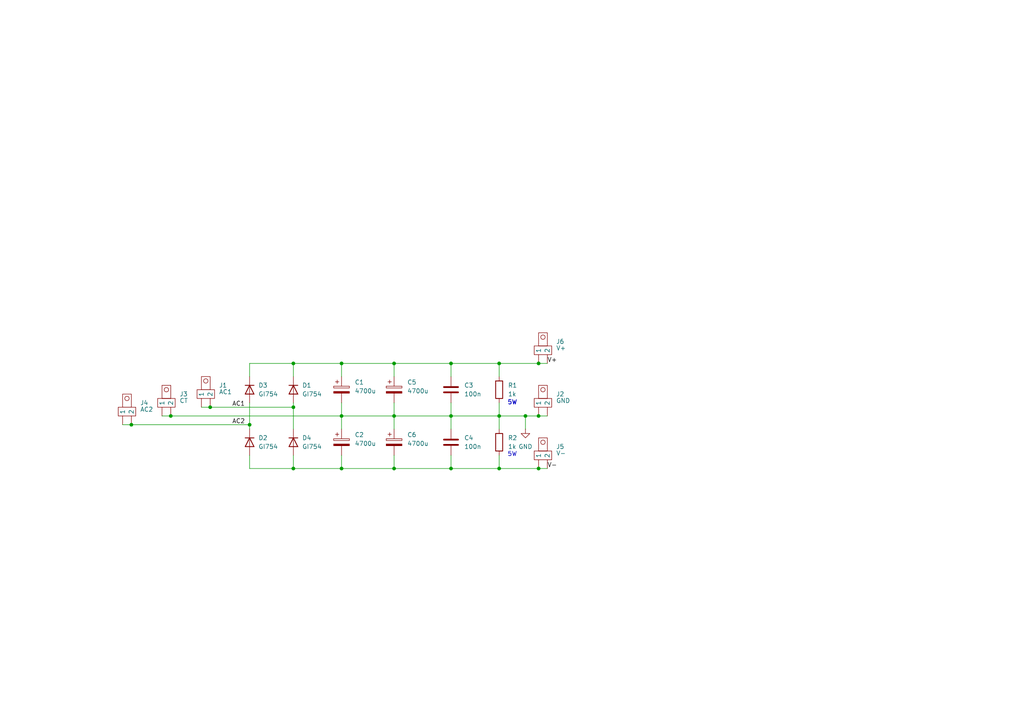
<source format=kicad_sch>
(kicad_sch (version 20231120) (generator "eeschema") (generator_version "8.0")
  (paper "A4")
  (lib_symbols
    (symbol "CustomSymbols:Spade_Connector" (pin_numbers hide)
      (property "Reference" "J" (at 0 2.54 0))
      (symbol "Spade_Connector_0_1"
        (rectangle (start -2.54 0) (end 0 -5.08))
        (rectangle (start 0 -1.27) (end 3.81 -3.81))
        (circle (center 2.54 -2.54) (radius 0.635))
      )
      (symbol "Spade_Connector_1_1"
        (pin passive line (at -5.08 -1.27 0) (length 2.54) (name "1") (number "1"))
        (pin passive line (at -5.08 -3.81 0) (length 2.54) (name "2") (number "2"))
      )
    )
    (symbol "Device:C" (pin_numbers hide) (pin_names (offset 0.254))
      (property "Reference" "C" (at 0.635 2.54 0))
      (property "Value" "C" (at 0.635 -2.54 0))
      (symbol "C_0_1"
        (polyline (pts (xy -2.032 -0.762) (xy 2.032 -0.762)) (stroke (width 0.508)))
        (polyline (pts (xy -2.032 0.762) (xy 2.032 0.762)) (stroke (width 0.508)))
      )
      (symbol "C_1_1"
        (pin passive line (at 0 3.81 270) (length 2.794) (name "~") (number "1"))
        (pin passive line (at 0 -3.81 90) (length 2.794) (name "~") (number "2"))
      )
    )
    (symbol "Device:C_Polarized" (pin_numbers hide) (pin_names (offset 0.254))
      (property "Reference" "C" (at 0.635 2.54 0))
      (property "Value" "C_Polarized" (at 0.635 -2.54 0))
      (symbol "C_Polarized_0_1"
        (rectangle (start -2.286 0.508) (end 2.286 1.016))
        (polyline (pts (xy -1.778 2.286) (xy -0.762 2.286)))
        (polyline (pts (xy -1.27 2.794) (xy -1.27 1.778)))
        (rectangle (start 2.286 -0.508) (end -2.286 -1.016) (fill (type outline)))
      )
      (symbol "C_Polarized_1_1"
        (pin passive line (at 0 3.81 270) (length 2.794) (name "~") (number "1"))
        (pin passive line (at 0 -3.81 90) (length 2.794) (name "~") (number "2"))
      )
    )
    (symbol "Device:D" (pin_numbers hide) (pin_names (offset 1.016) hide)
      (property "Reference" "D" (at 0 2.54 0))
      (property "Value" "D" (at 0 -2.54 0))
      (symbol "D_0_1"
        (polyline (pts (xy -1.27 1.27) (xy -1.27 -1.27)) (stroke (width 0.254)))
        (polyline (pts (xy 1.27 0) (xy -1.27 0)))
        (polyline (pts (xy 1.27 1.27) (xy 1.27 -1.27) (xy -1.27 0) (xy 1.27 1.27)) (stroke (width 0.254)))
      )
      (symbol "D_1_1"
        (pin passive line (at -3.81 0 0) (length 2.54) (name "K") (number "1"))
        (pin passive line (at 3.81 0 180) (length 2.54) (name "A") (number "2"))
      )
    )
    (symbol "Device:R" (pin_numbers hide) (pin_names (offset 0))
      (property "Reference" "R" (at 2.032 0 90))
      (property "Value" "R" (at 0 0 90))
      (symbol "R_0_1"
        (rectangle (start -1.016 -2.54) (end 1.016 2.54) (stroke (width 0.254)))
      )
      (symbol "R_1_1"
        (pin passive line (at 0 3.81 270) (length 1.27) (name "~") (number "1"))
        (pin passive line (at 0 -3.81 90) (length 1.27) (name "~") (number "2"))
      )
    )
    (symbol "power:GND" (power) (pin_numbers hide) (pin_names (offset 0) hide)
      (property "Value" "GND" (at 0 -3.81 0))
      (symbol "GND_0_1"
        (polyline (pts (xy 0 0) (xy 0 -1.27) (xy 1.27 -1.27) (xy 0 -2.54) (xy -1.27 -1.27) (xy 0 -1.27)))
      )
      (symbol "GND_1_1"
        (pin power_in line (at 0 0 270) (length 0) (name "~") (number "1"))
      )
    )
  )
  (junction (at 114.3 135.89))
  (junction (at 99.06 105.41))
  (junction (at 152.4 120.65))
  (junction (at 99.06 120.65))
  (junction (at 114.3 120.65))
  (junction (at 130.81 135.89))
  (junction (at 85.09 105.41))
  (junction (at 156.21 120.65))
  (junction (at 60.96 118.11))
  (junction (at 72.39 123.19))
  (junction (at 130.81 105.41))
  (junction (at 49.53 120.65))
  (junction (at 156.21 135.89))
  (junction (at 144.78 135.89))
  (junction (at 144.78 120.65))
  (junction (at 156.21 105.41))
  (junction (at 85.09 118.11))
  (junction (at 114.3 105.41))
  (junction (at 144.78 105.41))
  (junction (at 85.09 135.89))
  (junction (at 99.06 135.89))
  (junction (at 38.1 123.19))
  (junction (at 130.81 120.65))
  (wire (pts (xy 35.56 123.19) (xy 38.1 123.19)))
  (wire (pts (xy 99.06 132.08) (xy 99.06 135.89)))
  (wire (pts (xy 85.09 132.08) (xy 85.09 135.89)))
  (wire (pts (xy 99.06 116.84) (xy 99.06 120.65)))
  (wire (pts (xy 72.39 135.89) (xy 72.39 132.08)))
  (wire (pts (xy 60.96 118.11) (xy 85.09 118.11)))
  (wire (pts (xy 144.78 132.08) (xy 144.78 135.89)))
  (wire (pts (xy 144.78 116.84) (xy 144.78 120.65)))
  (wire (pts (xy 144.78 105.41) (xy 156.21 105.41)))
  (wire (pts (xy 130.81 105.41) (xy 144.78 105.41)))
  (wire (pts (xy 46.99 120.65) (xy 49.53 120.65)))
  (wire (pts (xy 156.21 135.89) (xy 158.75 135.89)))
  (wire (pts (xy 156.21 120.65) (xy 158.75 120.65)))
  (wire (pts (xy 152.4 120.65) (xy 152.4 124.46)))
  (wire (pts (xy 156.21 105.41) (xy 158.75 105.41)))
  (wire (pts (xy 85.09 116.84) (xy 85.09 118.11)))
  (wire (pts (xy 144.78 120.65) (xy 144.78 124.46)))
  (wire (pts (xy 85.09 105.41) (xy 85.09 109.22)))
  (wire (pts (xy 114.3 135.89) (xy 99.06 135.89)))
  (wire (pts (xy 85.09 105.41) (xy 99.06 105.41)))
  (wire (pts (xy 85.09 118.11) (xy 85.09 124.46)))
  (wire (pts (xy 114.3 120.65) (xy 114.3 124.46)))
  (wire (pts (xy 114.3 105.41) (xy 114.3 109.22)))
  (wire (pts (xy 152.4 120.65) (xy 156.21 120.65)))
  (wire (pts (xy 130.81 132.08) (xy 130.81 135.89)))
  (wire (pts (xy 72.39 116.84) (xy 72.39 123.19)))
  (wire (pts (xy 144.78 105.41) (xy 144.78 109.22)))
  (wire (pts (xy 130.81 116.84) (xy 130.81 120.65)))
  (wire (pts (xy 58.42 118.11) (xy 60.96 118.11)))
  (wire (pts (xy 144.78 135.89) (xy 156.21 135.89)))
  (wire (pts (xy 130.81 135.89) (xy 114.3 135.89)))
  (wire (pts (xy 99.06 135.89) (xy 85.09 135.89)))
  (wire (pts (xy 99.06 120.65) (xy 99.06 124.46)))
  (wire (pts (xy 49.53 120.65) (xy 99.06 120.65)))
  (wire (pts (xy 130.81 120.65) (xy 144.78 120.65)))
  (wire (pts (xy 130.81 105.41) (xy 130.81 109.22)))
  (wire (pts (xy 72.39 105.41) (xy 72.39 109.22)))
  (wire (pts (xy 114.3 120.65) (xy 130.81 120.65)))
  (wire (pts (xy 130.81 120.65) (xy 130.81 124.46)))
  (wire (pts (xy 72.39 123.19) (xy 72.39 124.46)))
  (wire (pts (xy 99.06 105.41) (xy 114.3 105.41)))
  (wire (pts (xy 114.3 132.08) (xy 114.3 135.89)))
  (wire (pts (xy 114.3 105.41) (xy 130.81 105.41)))
  (wire (pts (xy 72.39 105.41) (xy 85.09 105.41)))
  (wire (pts (xy 114.3 116.84) (xy 114.3 120.65)))
  (wire (pts (xy 38.1 123.19) (xy 72.39 123.19)))
  (wire (pts (xy 144.78 120.65) (xy 152.4 120.65)))
  (wire (pts (xy 99.06 109.22) (xy 99.06 105.41)))
  (wire (pts (xy 99.06 120.65) (xy 114.3 120.65)))
  (wire (pts (xy 72.39 135.89) (xy 85.09 135.89)))
  (wire (pts (xy 130.81 135.89) (xy 144.78 135.89)))
  (text "5W" (at 148.6386 116.8282 0) (effects (font (size 1.27 1.27))))
  (text "5W" (at 148.59 116.84 0) (effects (font (size 1.27 1.27))))
  (text "5W" (at 148.59 131.826 0) (effects (font (size 1.27 1.27))))
  (label "AC1" (at 67.31 118.11 0))
  (label "AC2" (at 67.31 123.19 0))
  (label "V-" (at 158.75 135.89 0))
  (label "V+" (at 158.75 105.41 0))
  (symbol (lib_id "power:GND") (at 152.4 124.46 0) (unit 1)
    (property "Reference" "#PWR01" (effects (hide yes)))
    (property "Value" "GND" (at 152.4 129.54 0))
    (property "Description" "Power symbol creates a global label with name \"GND\" , ground" (effects (hide yes)))
  )
  (symbol (lib_id "Device:C_Polarized") (at 99.06 113.03 0) (unit 1)
    (property "Reference" "C1" (at 102.87 110.8709 0) (effects (justify left)))
    (property "Value" "4700u" (at 102.87 113.4109 0) (effects (justify left)))
    (property "Footprint" "Capacitor_THT:CP_Radial_D18.0mm_P7.50mm" (effects (hide yes)))
    (property "Description" "Polarized capacitor" (effects (hide yes)))
  )
  (symbol (lib_id "Device:D") (at 72.39 113.03 270) (unit 1)
    (property "Reference" "D3" (at 74.93 111.7599 90) (effects (justify left)))
    (property "Value" "GI754" (at 74.93 114.2999 90) (effects (justify left)))
    (property "Footprint" "Diode_THT:D_P600_R-6_P12.70mm_Horizontal" (effects (hide yes)))
    (property "Description" "Diode" (effects (hide yes)))
    (property "Sim.Device" "D" (effects (hide yes)))
    (property "Sim.Pins" "1=K 2=A" (effects (hide yes)))
  )
  (symbol (lib_id "CustomSymbols:Spade_Connector") (at 154.94 130.81 90) (unit 1)
    (property "Reference" "J5" (at 161.29 129.5399 90) (effects (justify right)))
    (property "Value" "V-" (at 161.29 131.445 90) (effects (justify right)))
    (property "Footprint" "Custom:Spade Connector" (effects (hide yes)))
  )
  (symbol (lib_id "Device:C_Polarized") (at 99.06 128.27 0) (unit 1)
    (property "Reference" "C2" (at 102.87 126.1109 0) (effects (justify left)))
    (property "Value" "4700u" (at 102.87 128.6509 0) (effects (justify left)))
    (property "Footprint" "Capacitor_THT:CP_Radial_D18.0mm_P7.50mm" (effects (hide yes)))
    (property "Description" "Polarized capacitor" (effects (hide yes)))
  )
  (symbol (lib_id "Device:C_Polarized") (at 114.3 128.27 0) (unit 1)
    (property "Reference" "C6" (at 118.11 126.1109 0) (effects (justify left)))
    (property "Value" "4700u" (at 118.11 128.6509 0) (effects (justify left)))
    (property "Footprint" "Capacitor_THT:CP_Radial_D18.0mm_P7.50mm" (effects (hide yes)))
    (property "Description" "Polarized capacitor" (effects (hide yes)))
  )
  (symbol (lib_id "CustomSymbols:Spade_Connector") (at 57.15 113.03 90) (unit 1)
    (property "Reference" "J1" (at 63.5 111.7599 90) (effects (justify right)))
    (property "Value" "AC1" (at 63.5 113.665 90) (effects (justify right)))
    (property "Footprint" "Custom:Spade Connector" (effects (hide yes)))
  )
  (symbol (lib_id "CustomSymbols:Spade_Connector") (at 34.29 118.11 90) (unit 1)
    (property "Reference" "J4" (at 40.64 116.8399 90) (effects (justify right)))
    (property "Value" "AC2" (at 40.64 118.745 90) (effects (justify right)))
    (property "Footprint" "Custom:Spade Connector" (effects (hide yes)))
  )
  (symbol (lib_id "Device:C") (at 130.81 113.03 0) (unit 1)
    (property "Reference" "C3" (at 134.62 111.7599 0) (effects (justify left)))
    (property "Value" "100n" (at 134.62 114.2999 0) (effects (justify left)))
    (property "Footprint" "Capacitor_THT:C_Rect_L7.2mm_W5.5mm_P5.00mm_FKS2_FKP2_MKS2_MKP2" (effects (hide yes)))
    (property "Description" "Unpolarized capacitor" (effects (hide yes)))
  )
  (symbol (lib_id "CustomSymbols:Spade_Connector") (at 154.94 100.33 90) (unit 1)
    (property "Reference" "J6" (at 161.29 99.0599 90) (effects (justify right)))
    (property "Value" "V+" (at 161.29 100.965 90) (effects (justify right)))
    (property "Footprint" "Custom:Spade Connector" (effects (hide yes)))
  )
  (symbol (lib_id "CustomSymbols:Spade_Connector") (at 154.94 115.57 90) (unit 1)
    (property "Reference" "J2" (at 161.29 114.2999 90) (effects (justify right)))
    (property "Value" "GND" (at 161.29 116.205 90) (effects (justify right)))
    (property "Footprint" "Custom:Spade Connector" (effects (hide yes)))
  )
  (symbol (lib_id "Device:R") (at 144.78 128.27 0) (unit 1)
    (property "Reference" "R2" (at 147.32 126.9999 0) (effects (justify left)))
    (property "Value" "1k" (at 147.32 129.5399 0) (effects (justify left)))
    (property "Footprint" "Resistor_THT:R_Axial_DIN0414_L11.9mm_D4.5mm_P15.24mm_Horizontal" (effects (hide yes)))
    (property "Description" "Resistor" (effects (hide yes)))
  )
  (symbol (lib_id "Device:D") (at 85.09 113.03 270) (unit 1)
    (property "Reference" "D1" (at 87.63 111.7599 90) (effects (justify left)))
    (property "Value" "GI754" (at 87.63 114.2999 90) (effects (justify left)))
    (property "Footprint" "Diode_THT:D_P600_R-6_P12.70mm_Horizontal" (effects (hide yes)))
    (property "Description" "Diode" (effects (hide yes)))
    (property "Sim.Device" "D" (effects (hide yes)))
    (property "Sim.Pins" "1=K 2=A" (effects (hide yes)))
  )
  (symbol (lib_id "Device:D") (at 85.09 128.27 270) (unit 1)
    (property "Reference" "D4" (at 87.63 126.9999 90) (effects (justify left)))
    (property "Value" "GI754" (at 87.63 129.5399 90) (effects (justify left)))
    (property "Footprint" "Diode_THT:D_P600_R-6_P12.70mm_Horizontal" (effects (hide yes)))
    (property "Description" "Diode" (effects (hide yes)))
    (property "Sim.Device" "D" (effects (hide yes)))
    (property "Sim.Pins" "1=K 2=A" (effects (hide yes)))
  )
  (symbol (lib_id "Device:C") (at 130.81 128.27 0) (unit 1)
    (property "Reference" "C4" (at 134.62 126.9999 0) (effects (justify left)))
    (property "Value" "100n" (at 134.62 129.5399 0) (effects (justify left)))
    (property "Footprint" "Capacitor_THT:C_Rect_L7.2mm_W5.5mm_P5.00mm_FKS2_FKP2_MKS2_MKP2" (effects (hide yes)))
    (property "Description" "Unpolarized capacitor" (effects (hide yes)))
  )
  (symbol (lib_id "Device:R") (at 144.78 113.03 0) (unit 1)
    (property "Reference" "R1" (at 147.32 111.7599 0) (effects (justify left)))
    (property "Value" "1k" (at 147.32 114.2999 0) (effects (justify left)))
    (property "Footprint" "Resistor_THT:R_Axial_DIN0414_L11.9mm_D4.5mm_P15.24mm_Horizontal" (effects (hide yes)))
    (property "Description" "Resistor" (effects (hide yes)))
  )
  (symbol (lib_id "CustomSymbols:Spade_Connector") (at 45.72 115.57 90) (unit 1)
    (property "Reference" "J3" (at 52.07 114.2999 90) (effects (justify right)))
    (property "Value" "CT" (at 52.07 116.205 90) (effects (justify right)))
    (property "Footprint" "Custom:Spade Connector" (effects (hide yes)))
  )
  (symbol (lib_id "Device:D") (at 72.39 128.27 270) (unit 1)
    (property "Reference" "D2" (at 74.93 126.9999 90) (effects (justify left)))
    (property "Value" "GI754" (at 74.93 129.5399 90) (effects (justify left)))
    (property "Footprint" "Diode_THT:D_P600_R-6_P12.70mm_Horizontal" (effects (hide yes)))
    (property "Description" "Diode" (effects (hide yes)))
    (property "Sim.Device" "D" (effects (hide yes)))
    (property "Sim.Pins" "1=K 2=A" (effects (hide yes)))
  )
  (symbol (lib_id "Device:C_Polarized") (at 114.3 113.03 0) (unit 1)
    (property "Reference" "C5" (at 118.11 110.8709 0) (effects (justify left)))
    (property "Value" "4700u" (at 118.11 113.4109 0) (effects (justify left)))
    (property "Footprint" "Capacitor_THT:CP_Radial_D18.0mm_P7.50mm" (effects (hide yes)))
    (property "Description" "Polarized capacitor" (effects (hide yes)))
  )
)
</source>
